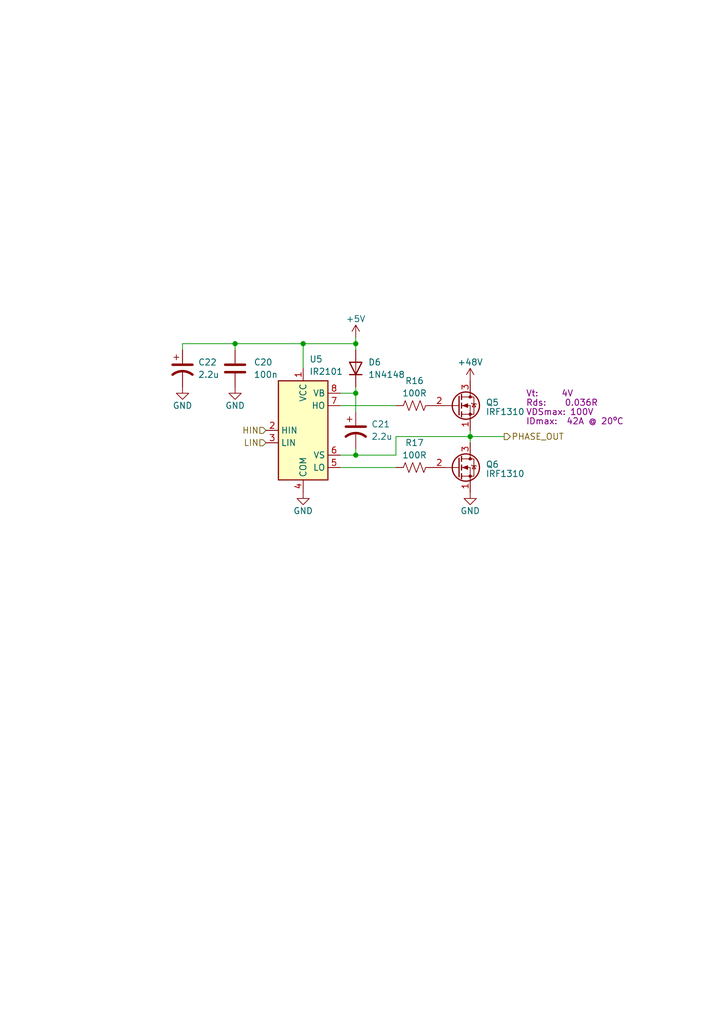
<source format=kicad_sch>
(kicad_sch (version 20231120) (generator "eeschema") (generator_version "8.0")
  (paper "A5" portrait)
  (title_block (title "Half Bridge"))
  (lib_symbols
    (symbol "Device:C" (pin_numbers hide) (pin_names (offset 0.254))
      (property "Reference" "C" (at 0.635 2.54 0))
      (property "Value" "C" (at 0.635 -2.54 0))
      (symbol "C_0_1"
        (polyline (pts (xy -2.032 -0.762) (xy 2.032 -0.762)) (stroke (width 0.508)))
        (polyline (pts (xy -2.032 0.762) (xy 2.032 0.762)) (stroke (width 0.508)))
      )
      (symbol "C_1_1"
        (pin passive line (at 0 3.81 270) (length 2.794) (name "~") (number "1"))
        (pin passive line (at 0 -3.81 90) (length 2.794) (name "~") (number "2"))
      )
    )
    (symbol "Device:C_Polarized_US" (pin_numbers hide) (pin_names (offset 0.254) hide)
      (property "Reference" "C" (at 0.635 2.54 0))
      (property "Value" "C_Polarized_US" (at 0.635 -2.54 0))
      (symbol "C_Polarized_US_0_1"
        (polyline (pts (xy -2.032 0.762) (xy 2.032 0.762)) (stroke (width 0.508)))
        (polyline (pts (xy -1.778 2.286) (xy -0.762 2.286)))
        (polyline (pts (xy -1.27 1.778) (xy -1.27 2.794)))
        (arc (start 2.032 -1.27) (mid 0 -0.5572) (end -2.032 -1.27) (stroke (width 0.508)))
      )
      (symbol "C_Polarized_US_1_1"
        (pin passive line (at 0 3.81 270) (length 2.794) (name "~") (number "1"))
        (pin passive line (at 0 -3.81 90) (length 3.302) (name "~") (number "2"))
      )
    )
    (symbol "Device:D" (pin_numbers hide) (pin_names (offset 1.016) hide)
      (property "Reference" "D" (at 0 2.54 0))
      (property "Value" "D" (at 0 -2.54 0))
      (symbol "D_0_1"
        (polyline (pts (xy -1.27 1.27) (xy -1.27 -1.27)) (stroke (width 0.254)))
        (polyline (pts (xy 1.27 0) (xy -1.27 0)))
        (polyline (pts (xy 1.27 1.27) (xy 1.27 -1.27) (xy -1.27 0) (xy 1.27 1.27)) (stroke (width 0.254)))
      )
      (symbol "D_1_1"
        (pin passive line (at -3.81 0 0) (length 2.54) (name "K") (number "1"))
        (pin passive line (at 3.81 0 180) (length 2.54) (name "A") (number "2"))
      )
    )
    (symbol "Device:R_US" (pin_numbers hide) (pin_names (offset 0))
      (property "Reference" "R" (at 2.54 0 90))
      (property "Value" "R_US" (at -2.54 0 90))
      (symbol "R_US_0_1"
        (polyline (pts (xy 0 -2.286) (xy 0 -2.54)))
        (polyline (pts (xy 0 2.286) (xy 0 2.54)))
        (polyline (pts (xy 0 -0.762) (xy 1.016 -1.143) (xy 0 -1.524) (xy -1.016 -1.905) (xy 0 -2.286)))
        (polyline (pts (xy 0 0.762) (xy 1.016 0.381) (xy 0 0) (xy -1.016 -0.381) (xy 0 -0.762)))
        (polyline (pts (xy 0 2.286) (xy 1.016 1.905) (xy 0 1.524) (xy -1.016 1.143) (xy 0 0.762)))
      )
      (symbol "R_US_1_1"
        (pin passive line (at 0 3.81 270) (length 1.27) (name "~") (number "1"))
        (pin passive line (at 0 -3.81 90) (length 1.27) (name "~") (number "2"))
      )
    )
    (symbol "Driver_FET:IR2101"
      (property "Reference" "U" (at 1.27 13.335 0))
      (property "Value" "IR2101" (at 1.27 11.43 0))
      (symbol "IR2101_0_1"
        (rectangle (start -5.08 -10.16) (end 5.08 10.16) (stroke (width 0.254)) (fill (type background)))
      )
      (symbol "IR2101_1_1"
        (pin power_in line (at 0 12.7 270) (length 2.54) (name "VCC") (number "1"))
        (pin input line (at -7.62 0 0) (length 2.54) (name "HIN") (number "2"))
        (pin input line (at -7.62 -2.54 0) (length 2.54) (name "LIN") (number "3"))
        (pin power_in line (at 0 -12.7 90) (length 2.54) (name "COM") (number "4"))
        (pin output line (at 7.62 -7.62 180) (length 2.54) (name "LO") (number "5"))
        (pin passive line (at 7.62 -5.08 180) (length 2.54) (name "VS") (number "6"))
        (pin output line (at 7.62 5.08 180) (length 2.54) (name "HO") (number "7"))
        (pin passive line (at 7.62 7.62 180) (length 2.54) (name "VB") (number "8"))
      )
    )
    (symbol "Transistor_FET:2N7000" (pin_names hide)
      (property "Reference" "Q" (at 5.08 1.905 0))
      (property "Value" "2N7000" (at 5.08 0 0))
      (symbol "2N7000_0_1"
        (polyline (pts (xy 0.254 0) (xy -2.54 0)))
        (polyline (pts (xy 0.254 1.905) (xy 0.254 -1.905)) (stroke (width 0.254)))
        (polyline (pts (xy 0.762 -1.27) (xy 0.762 -2.286)) (stroke (width 0.254)))
        (polyline (pts (xy 0.762 0.508) (xy 0.762 -0.508)) (stroke (width 0.254)))
        (polyline (pts (xy 0.762 2.286) (xy 0.762 1.27)) (stroke (width 0.254)))
        (polyline (pts (xy 2.54 2.54) (xy 2.54 1.778)))
        (polyline (pts (xy 2.54 -2.54) (xy 2.54 0) (xy 0.762 0)))
        (polyline (pts (xy 0.762 -1.778) (xy 3.302 -1.778) (xy 3.302 1.778) (xy 0.762 1.778)))
        (polyline (pts (xy 1.016 0) (xy 2.032 0.381) (xy 2.032 -0.381) (xy 1.016 0)) (fill (type outline)))
        (polyline (pts (xy 2.794 0.508) (xy 2.921 0.381) (xy 3.683 0.381) (xy 3.81 0.254)))
        (polyline (pts (xy 3.302 0.381) (xy 2.921 -0.254) (xy 3.683 -0.254) (xy 3.302 0.381)))
        (circle (center 1.651 0) (radius 2.794) (stroke (width 0.254)))
        (circle (center 2.54 -1.778) (radius 0.254) (fill (type outline)))
        (circle (center 2.54 1.778) (radius 0.254) (fill (type outline)))
      )
      (symbol "2N7000_1_1"
        (pin passive line (at 2.54 -5.08 90) (length 2.54) (name "S") (number "1"))
        (pin input line (at -5.08 0 0) (length 2.54) (name "G") (number "2"))
        (pin passive line (at 2.54 5.08 270) (length 2.54) (name "D") (number "3"))
      )
    )
    (symbol "power:+48V" (power) (pin_names (offset 0))
      (property "Value" "+48V" (at 0 3.556 0))
      (symbol "+48V_0_1"
        (polyline (pts (xy -0.762 1.27) (xy 0 2.54)))
        (polyline (pts (xy 0 0) (xy 0 2.54)))
        (polyline (pts (xy 0 2.54) (xy 0.762 1.27)))
      )
      (symbol "+48V_1_1"
        (pin power_in line (at 0 0 90) (length 0) hide (name "+48V") (number "1"))
      )
    )
    (symbol "power:+5V" (power) (pin_names (offset 0))
      (property "Value" "+5V" (at 0 3.556 0))
      (symbol "+5V_0_1"
        (polyline (pts (xy -0.762 1.27) (xy 0 2.54)))
        (polyline (pts (xy 0 0) (xy 0 2.54)))
        (polyline (pts (xy 0 2.54) (xy 0.762 1.27)))
      )
      (symbol "+5V_1_1"
        (pin power_in line (at 0 0 90) (length 0) hide (name "+5V") (number "1"))
      )
    )
    (symbol "power:GND" (power) (pin_names (offset 0))
      (property "Value" "GND" (at 0 -3.81 0))
      (symbol "GND_0_1"
        (polyline (pts (xy 0 0) (xy 0 -1.27) (xy 1.27 -1.27) (xy 0 -2.54) (xy -1.27 -1.27) (xy 0 -1.27)))
      )
      (symbol "GND_1_1"
        (pin power_in line (at 0 0 270) (length 0) hide (name "GND") (number "1"))
      )
    )
  )
  (junction (at 96.52 89.535))
  (junction (at 48.26 70.485))
  (junction (at 73.025 93.345))
  (junction (at 62.23 70.485))
  (junction (at 73.025 70.485))
  (junction (at 73.025 80.645))
  (wire (pts (xy 96.52 89.535) (xy 103.505 89.535)))
  (wire (pts (xy 69.85 95.885) (xy 81.28 95.885)))
  (wire (pts (xy 62.23 70.485) (xy 48.26 70.485)))
  (wire (pts (xy 73.025 84.455) (xy 73.025 80.645)))
  (wire (pts (xy 73.025 93.345) (xy 73.025 92.075)))
  (wire (pts (xy 96.52 89.535) (xy 81.28 89.535)))
  (wire (pts (xy 69.85 93.345) (xy 73.025 93.345)))
  (wire (pts (xy 69.85 83.185) (xy 81.28 83.185)))
  (wire (pts (xy 62.23 70.485) (xy 62.23 75.565)))
  (wire (pts (xy 73.025 70.485) (xy 62.23 70.485)))
  (wire (pts (xy 73.025 69.215) (xy 73.025 70.485)))
  (wire (pts (xy 81.28 89.535) (xy 81.28 93.345)))
  (wire (pts (xy 81.28 93.345) (xy 73.025 93.345)))
  (wire (pts (xy 48.26 70.485) (xy 48.26 71.755)))
  (wire (pts (xy 37.465 71.755) (xy 37.465 70.485)))
  (wire (pts (xy 73.025 80.645) (xy 69.85 80.645)))
  (wire (pts (xy 73.025 71.755) (xy 73.025 70.485)))
  (wire (pts (xy 37.465 70.485) (xy 48.26 70.485)))
  (wire (pts (xy 96.52 89.535) (xy 96.52 90.805)))
  (wire (pts (xy 96.52 88.265) (xy 96.52 89.535)))
  (wire (pts (xy 73.025 79.375) (xy 73.025 80.645)))
  (hierarchical_label "LIN" (shape input) (at 54.61 90.805 180))
  (hierarchical_label "PHASE_OUT" (shape output) (at 103.505 89.535 0))
  (hierarchical_label "HIN" (shape input) (at 54.61 88.265 180))
  (symbol (lib_id "power:GND") (at 48.26 79.375 0) (unit 1)
    (property "Reference" "#PWR042" (effects (hide yes)))
    (property "Value" "GND" (at 48.26 83.185 0))
    (instances (project "RTSpeed" (path "" (reference "#PWR042") (unit 1)) (path "" (reference "#PWR047") (unit 1)) (path "" (reference "#PWR052") (unit 1))))
  )
  (symbol (lib_id "Device:C_Polarized_US") (at 37.465 75.565 0) (unit 1)
    (property "Reference" "C22" (at 40.64 74.295 0) (effects (justify left)))
    (property "Value" "2.2u" (at 40.64 76.835 0) (effects (justify left)))
    (property "Footprint" "Capacitor_THT:CP_Radial_D5.0mm_P2.00mm" (effects (hide yes)))
    (property "Sim.Device" "C" (effects (hide yes)))
    (property "Sim.Pins" "1=+ 2=-" (effects (hide yes)))
    (instances (project "RTSpeed" (path "" (reference "C22") (unit 1)) (path "" (reference "C23") (unit 1)) (path "" (reference "C24") (unit 1))))
  )
  (symbol (lib_id "Device:R_US") (at 85.09 95.885 90) (unit 1)
    (property "Reference" "R17" (at 85.09 90.805 90))
    (property "Value" "100R" (at 85.09 93.345 90))
    (property "Footprint" "Resistor_SMD:R_0805_2012Metric" (effects (hide yes)))
    (instances (project "RTSpeed" (path "" (reference "R17") (unit 1)) (path "" (reference "R13") (unit 1)) (path "" (reference "R15") (unit 1))))
  )
  (symbol (lib_id "Transistor_FET:2N7000") (at 93.98 83.185 0) (unit 1)
    (property "Reference" "Q5" (at 99.695 82.55 0) (effects (justify left)))
    (property "Value" "IRF1310" (at 99.695 84.455 0) (effects (justify left)))
    (property "Footprint" "Package_TO_SOT_THT:TO-92_Inline" (effects (hide yes)))
    (property "Datasheet" "https://www.vishay.com/docs/70226/70226.pdf" (effects (hide yes)))
    (property "Vt" "    4V" (at 107.95 80.645 0) (show_name yes) (effects (justify left)))
    (property "Rds" "   0.036R" (at 107.95 82.55 0) (show_name yes) (effects (justify left)))
    (property "VDSmax" "100V" (at 107.95 84.455 0) (show_name yes) (effects (justify left)))
    (property "IDmax" " 42A @ 20ºC" (at 107.95 86.36 0) (show_name yes) (effects (justify left)))
    (property "Sim.Library" "D:\\dev\\RTSpeed\\simulation\\models\\irf1310ns.spi" (effects (hide yes)))
    (property "Sim.Name" "irf1310ns" (effects (hide yes)))
    (property "Sim.Device" "SUBCKT" (effects (hide yes)))
    (property "Sim.Pins" "1=1 2=2 3=3" (effects (hide yes)))
    (instances (project "RTSpeed" (path "" (reference "Q5") (unit 1)) (path "" (reference "Q1") (unit 1)) (path "" (reference "Q3") (unit 1))))
  )
  (symbol (lib_id "Device:D") (at 73.025 75.565 90) (unit 1)
    (property "Reference" "D6" (at 75.565 74.2949 90) (effects (justify right)))
    (property "Value" "1N4148" (at 75.565 76.8349 90) (effects (justify right)))
    (property "Footprint" "Diode_SMD:D_SOD-123" (effects (hide yes)))
    (property "Sim.Device" "SUBCKT" (effects (hide yes)))
    (property "Sim.Pins" "1=1 2=2" (effects (hide yes)))
    (property "Sim.Library" "D:\\dev\\RTSpeed\\simulation\\models\\1N4148.lib" (effects (hide yes)))
    (property "Sim.Name" "1N4148" (effects (hide yes)))
    (instances (project "RTSpeed" (path "" (reference "D6") (unit 1)) (path "" (reference "D4") (unit 1)) (path "" (reference "D5") (unit 1))))
  )
  (symbol (lib_id "power:GND") (at 37.465 79.375 0) (unit 1)
    (property "Reference" "#PWR055" (effects (hide yes)))
    (property "Value" "GND" (at 37.465 83.185 0))
    (instances (project "RTSpeed" (path "" (reference "#PWR055") (unit 1)) (path "" (reference "#PWR056") (unit 1)) (path "" (reference "#PWR057") (unit 1))))
  )
  (symbol (lib_id "Driver_FET:IR2101") (at 62.23 88.265 0) (unit 1)
    (property "Reference" "U5" (at 63.5 73.66 0) (effects (justify left)))
    (property "Value" "IR2101" (at 63.5 76.2 0) (effects (justify left)))
    (property "Footprint" "Package_DIP:DIP-8_W10.16mm" (effects (hide yes)))
    (property "Datasheet" "https://www.infineon.com/dgdl/ir2101.pdf?fileId=5546d462533600a4015355c7a755166c" (effects (hide yes)))
    (property "Sim.Library" "D:\\dev\\RTSpeed\\simulation\\models\\IR2101.lib" (effects (hide yes)))
    (property "Sim.Name" "IR2101" (effects (hide yes)))
    (property "Sim.Device" "SUBCKT" (effects (hide yes)))
    (property "Sim.Pins" "1=VCC 2=HIN 3=LIN 4=COM 5=LO 6=VS 7=HO 8=VB" (effects (hide yes)))
    (instances (project "RTSpeed" (path "" (reference "U5") (unit 1)) (path "" (reference "U3") (unit 1)) (path "" (reference "U4") (unit 1))))
  )
  (symbol (lib_id "power:GND") (at 96.52 100.965 0) (unit 1)
    (property "Reference" "#PWR044" (effects (hide yes)))
    (property "Value" "GND" (at 96.52 104.775 0))
    (instances (project "RTSpeed" (path "" (reference "#PWR044") (unit 1)) (path "" (reference "#PWR049") (unit 1)) (path "" (reference "#PWR054") (unit 1))))
  )
  (symbol (lib_id "Device:R_US") (at 85.09 83.185 90) (unit 1)
    (property "Reference" "R16" (at 85.09 78.105 90))
    (property "Value" "100R" (at 85.09 80.645 90))
    (property "Footprint" "Resistor_SMD:R_0805_2012Metric" (effects (hide yes)))
    (property "Sim.Device" "R" (effects (hide yes)))
    (property "Sim.Pins" "1=+ 2=-" (effects (hide yes)))
    (instances (project "RTSpeed" (path "" (reference "R16") (unit 1)) (path "" (reference "R12") (unit 1)) (path "" (reference "R14") (unit 1))))
  )
  (symbol (lib_id "Device:C") (at 48.26 75.565 0) (unit 1)
    (property "Reference" "C20" (at 52.07 74.2949 0) (effects (justify left)))
    (property "Value" "100n" (at 52.07 76.8349 0) (effects (justify left)))
    (property "Footprint" "Capacitor_SMD:C_0603_1608Metric" (effects (hide yes)))
    (instances (project "RTSpeed" (path "" (reference "C20") (unit 1)) (path "" (reference "C16") (unit 1)) (path "" (reference "C18") (unit 1))))
  )
  (symbol (lib_id "Transistor_FET:2N7000") (at 93.98 95.885 0) (unit 1)
    (property "Reference" "Q6" (at 99.695 95.25 0) (effects (justify left)))
    (property "Value" "IRF1310" (at 99.695 97.1549 0) (effects (justify left)))
    (property "Footprint" "Package_TO_SOT_THT:TO-92_Inline" (effects (hide yes)))
    (property "Datasheet" "https://www.vishay.com/docs/70226/70226.pdf" (effects (hide yes)))
    (property "Sim.Library" "D:\\dev\\RTSpeed\\simulation\\models\\irf1310ns.spi" (effects (hide yes)))
    (property "Sim.Name" "irf1310ns" (effects (hide yes)))
    (property "Sim.Device" "SUBCKT" (effects (hide yes)))
    (property "Sim.Pins" "1=1 2=2 3=3" (effects (hide yes)))
    (instances (project "RTSpeed" (path "" (reference "Q6") (unit 1)) (path "" (reference "Q2") (unit 1)) (path "" (reference "Q4") (unit 1))))
  )
  (symbol (lib_id "power:GND") (at 62.23 100.965 0) (unit 1)
    (property "Reference" "#PWR043" (effects (hide yes)))
    (property "Value" "GND" (at 62.23 104.775 0))
    (instances (project "RTSpeed" (path "" (reference "#PWR043") (unit 1)) (path "" (reference "#PWR048") (unit 1)) (path "" (reference "#PWR053") (unit 1))))
  )
  (symbol (lib_id "power:+48V") (at 96.52 78.105 0) (unit 1)
    (property "Reference" "#PWR041" (effects (hide yes)))
    (property "Value" "+48V" (at 96.52 74.295 0))
    (instances (project "RTSpeed" (path "" (reference "#PWR041") (unit 1)) (path "" (reference "#PWR046") (unit 1)) (path "" (reference "#PWR051") (unit 1))))
  )
  (symbol (lib_id "Device:C_Polarized_US") (at 73.025 88.265 0) (unit 1)
    (property "Reference" "C21" (at 76.2 86.995 0) (effects (justify left)))
    (property "Value" "2.2u" (at 76.2 89.535 0) (effects (justify left)))
    (property "Footprint" "Capacitor_THT:CP_Radial_D5.0mm_P2.00mm" (effects (hide yes)))
    (property "Sim.Device" "C" (effects (hide yes)))
    (property "Sim.Pins" "1=+ 2=-" (effects (hide yes)))
    (instances (project "RTSpeed" (path "" (reference "C21") (unit 1)) (path "" (reference "C17") (unit 1)) (path "" (reference "C19") (unit 1))))
  )
  (symbol (lib_id "power:+5V") (at 73.025 69.215 0) (unit 1)
    (property "Reference" "#PWR040" (effects (hide yes)))
    (property "Value" "+5V" (at 73.025 65.405 0))
    (instances (project "RTSpeed" (path "" (reference "#PWR040") (unit 1)) (path "" (reference "#PWR045") (unit 1)) (path "" (reference "#PWR050") (unit 1))))
  )
)
</source>
